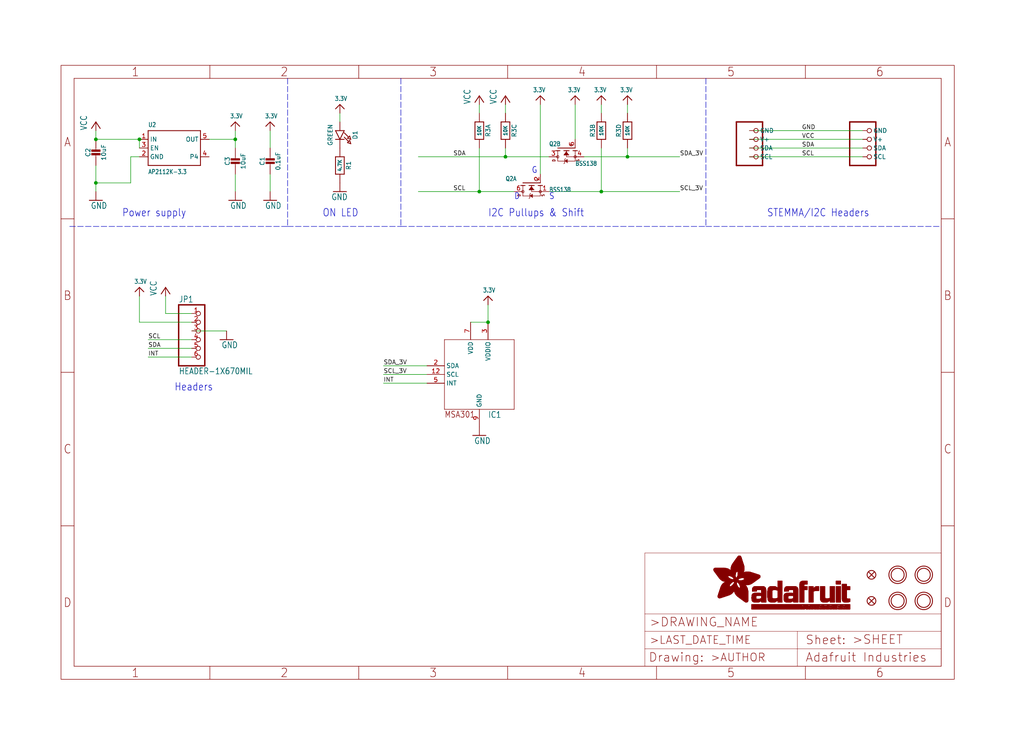
<source format=kicad_sch>
(kicad_sch (version 20211123) (generator eeschema)
  (paper "User" 298.45 217.881)
  (lib_symbols
    (symbol "schematicEagle-eagle-import:3.3V" (power)
      (property "Value" "3.3V" (at -1.524 1.016 0))
      (symbol "3.3V_1_0"
        (pin power_in line (at 0 -2.54 90) (length 2.54) (name "3.3V") (number "1"))
      )
    )
    (symbol "schematicEagle-eagle-import:CAP_CERAMIC0603_NO"
      (property "Reference" "C" (at -2.29 1.25 90))
      (property "Value" "CAP_CERAMIC0603_NO" (at 2.3 1.25 90))
      (symbol "CAP_CERAMIC0603_NO_1_0"
        (pin passive line (at 0 5.08 270) (length 2.54) (name "1") (number "1"))
        (pin passive line (at 0 -2.54 90) (length 2.54) (name "2") (number "2"))
      )
    )
    (symbol "schematicEagle-eagle-import:CAP_CERAMIC0805-NOOUTLINE"
      (property "Reference" "C" (at -2.29 1.25 90))
      (property "Value" "CAP_CERAMIC0805-NOOUTLINE" (at 2.3 1.25 90))
      (symbol "CAP_CERAMIC0805-NOOUTLINE_1_0"
        (pin passive line (at 0 5.08 270) (length 2.54) (name "1") (number "1"))
        (pin passive line (at 0 -2.54 90) (length 2.54) (name "2") (number "2"))
      )
    )
    (symbol "schematicEagle-eagle-import:FIDUCIAL_1MM")
    (symbol "schematicEagle-eagle-import:FRAME_A4_ADAFRUIT"
      (symbol "FRAME_A4_ADAFRUIT_0_0"
        (text "1" (at 21.6958 1.905 0) (effects (font (size 2.54 2.286))))
        (text "1" (at 21.6958 177.165 0) (effects (font (size 2.54 2.286))))
        (text "2" (at 65.0875 1.905 0) (effects (font (size 2.54 2.286))))
        (text "2" (at 65.0875 177.165 0) (effects (font (size 2.54 2.286))))
        (text "3" (at 108.4792 1.905 0) (effects (font (size 2.54 2.286))))
        (text "3" (at 108.4792 177.165 0) (effects (font (size 2.54 2.286))))
        (text "4" (at 151.8708 1.905 0) (effects (font (size 2.54 2.286))))
        (text "4" (at 151.8708 177.165 0) (effects (font (size 2.54 2.286))))
        (text "5" (at 195.2625 1.905 0) (effects (font (size 2.54 2.286))))
        (text "5" (at 195.2625 177.165 0) (effects (font (size 2.54 2.286))))
        (text "6" (at 238.6542 1.905 0) (effects (font (size 2.54 2.286))))
        (text "6" (at 238.6542 177.165 0) (effects (font (size 2.54 2.286))))
        (text "A" (at 1.905 156.6863 0) (effects (font (size 2.54 2.286))))
        (text "A" (at 258.445 156.6863 0) (effects (font (size 2.54 2.286))))
        (text "B" (at 1.905 111.9188 0) (effects (font (size 2.54 2.286))))
        (text "B" (at 258.445 111.9188 0) (effects (font (size 2.54 2.286))))
        (text "C" (at 1.905 67.1513 0) (effects (font (size 2.54 2.286))))
        (text "C" (at 258.445 67.1513 0) (effects (font (size 2.54 2.286))))
        (text "D" (at 1.905 22.3838 0) (effects (font (size 2.54 2.286))))
        (text "D" (at 258.445 22.3838 0) (effects (font (size 2.54 2.286))))
      )
      (symbol "FRAME_A4_ADAFRUIT_1_0"
        (text ">AUTHOR" (at 189.23 5.08 0) (effects (font (size 2.286 2.286)) (justify left bottom)))
        (text ">DRAWING_NAME" (at 171.45 15.24 0) (effects (font (size 2.54 2.54)) (justify left bottom)))
        (text ">LAST_DATE_TIME" (at 171.45 10.16 0) (effects (font (size 2.286 2.286)) (justify left bottom)))
        (text ">SHEET" (at 230.505 10.16 0) (effects (font (size 2.54 2.54)) (justify left bottom)))
        (text "Adafruit Industries" (at 216.916 4.953 0) (effects (font (size 2.54 2.54)) (justify left bottom)))
        (text "Drawing:" (at 171.196 4.953 0) (effects (font (size 2.54 2.54)) (justify left bottom)))
        (text "Sheet:" (at 216.916 10.033 0) (effects (font (size 2.54 2.54)) (justify left bottom)))
      )
    )
    (symbol "schematicEagle-eagle-import:GND" (power)
      (property "Value" "GND" (at -2.54 -2.54 0))
      (symbol "GND_1_0"
        (pin power_in line (at 0 2.54 270) (length 2.54) (name "GND") (number "1"))
      )
    )
    (symbol "schematicEagle-eagle-import:HEADER-1X670MIL"
      (property "Reference" "JP" (at -6.35 10.795 0))
      (property "Value" "HEADER-1X670MIL" (at -6.35 -10.16 0))
      (symbol "HEADER-1X670MIL_1_0"
        (pin passive inverted (at -2.54 7.62 0) (length 2.54) (name "1") (number "1"))
        (pin passive inverted (at -2.54 5.08 0) (length 2.54) (name "2") (number "2"))
        (pin passive inverted (at -2.54 2.54 0) (length 2.54) (name "3") (number "3"))
        (pin passive inverted (at -2.54 0 0) (length 2.54) (name "4") (number "4"))
        (pin passive inverted (at -2.54 -2.54 0) (length 2.54) (name "5") (number "5"))
        (pin passive inverted (at -2.54 -5.08 0) (length 2.54) (name "6") (number "6"))
      )
    )
    (symbol "schematicEagle-eagle-import:LED0603_NOOUTLINE"
      (property "Reference" "D" (at -1.27 4.445 0))
      (property "Value" "LED0603_NOOUTLINE" (at -1.27 -2.794 0))
      (symbol "LED0603_NOOUTLINE_1_0"
        (pin passive line (at -5.08 0 0) (length 2.54) (name "A") (number "A"))
        (pin passive line (at 2.54 0 180) (length 2.54) (name "C") (number "C"))
      )
    )
    (symbol "schematicEagle-eagle-import:MOSFET-N_DUAL"
      (property "Reference" "Q" (at 5.08 0.635 0))
      (property "Value" "MOSFET-N_DUAL" (at 5.08 -1.27 0))
      (symbol "MOSFET-N_DUAL_1_0"
        (text "D" (at 3.175 3.175 0) (effects (font (size 0.8128 0.6908)) (justify left bottom)))
        (text "G" (at -1.27 -1.905 0) (effects (font (size 0.8128 0.6908)) (justify left bottom)))
        (text "S" (at 3.175 -3.81 0) (effects (font (size 0.8128 0.6908)) (justify left bottom)))
        (pin bidirectional line (at 2.54 -5.08 90) (length 2.54) (name "S") (number "1"))
        (pin bidirectional line (at -2.54 -2.54 0) (length 2.54) (name "G") (number "2"))
        (pin bidirectional line (at 2.54 5.08 270) (length 2.54) (name "D") (number "6"))
      )
      (symbol "MOSFET-N_DUAL_2_0"
        (text "D" (at 3.175 3.175 0) (effects (font (size 0.8128 0.6908)) (justify left bottom)))
        (text "G" (at -1.27 -1.905 0) (effects (font (size 0.8128 0.6908)) (justify left bottom)))
        (text "S" (at 3.175 -3.81 0) (effects (font (size 0.8128 0.6908)) (justify left bottom)))
        (pin bidirectional line (at 2.54 5.08 270) (length 2.54) (name "D") (number "3"))
        (pin bidirectional line (at 2.54 -5.08 90) (length 2.54) (name "S") (number "4"))
        (pin bidirectional line (at -2.54 -2.54 0) (length 2.54) (name "G") (number "5"))
      )
    )
    (symbol "schematicEagle-eagle-import:MOUNTINGHOLE2.5")
    (symbol "schematicEagle-eagle-import:MSA301"
      (property "Reference" "IC" (at 2.54 -12.7 0))
      (symbol "MSA301_1_0"
        (text "MSA301" (at -10.16 -12.7 0) (effects (font (size 1.778 1.5113)) (justify left bottom)))
        (pin bidirectional line (at -15.24 0 0) (length 5.08) (name "SCL") (number "12"))
        (pin bidirectional line (at -15.24 2.54 0) (length 5.08) (name "SDA") (number "2"))
        (pin power_in line (at 2.54 15.24 270) (length 5.08) (name "VDDIO") (number "3"))
        (pin output line (at -15.24 -2.54 0) (length 5.08) (name "INT") (number "5"))
        (pin power_in line (at -2.54 15.24 270) (length 5.08) (name "VDD") (number "7"))
        (pin power_in line (at 0 -15.24 90) (length 5.08) (name "GND") (number "9"))
      )
    )
    (symbol "schematicEagle-eagle-import:RESISTOR_0603_NOOUT"
      (property "Reference" "R" (at 0 2.54 0))
      (property "Value" "RESISTOR_0603_NOOUT" (at 0 0 0))
      (symbol "RESISTOR_0603_NOOUT_1_0"
        (pin passive line (at -5.08 0 0) (length 2.54) (name "1") (number "1"))
        (pin passive line (at 5.08 0 180) (length 2.54) (name "2") (number "2"))
      )
    )
    (symbol "schematicEagle-eagle-import:RESISTOR_4PACK"
      (property "Reference" "R" (at 0 2.54 0))
      (property "Value" "RESISTOR_4PACK" (at 0 0 0))
      (symbol "RESISTOR_4PACK_1_0"
        (pin passive line (at -5.08 0 0) (length 2.54) (name "1") (number "1"))
        (pin passive line (at 5.08 0 180) (length 2.54) (name "2") (number "8"))
      )
      (symbol "RESISTOR_4PACK_2_0"
        (pin passive line (at -5.08 0 0) (length 2.54) (name "1") (number "2"))
        (pin passive line (at 5.08 0 180) (length 2.54) (name "2") (number "7"))
      )
      (symbol "RESISTOR_4PACK_3_0"
        (pin passive line (at -5.08 0 0) (length 2.54) (name "1") (number "3"))
        (pin passive line (at 5.08 0 180) (length 2.54) (name "2") (number "6"))
      )
      (symbol "RESISTOR_4PACK_4_0"
        (pin passive line (at -5.08 0 0) (length 2.54) (name "1") (number "4"))
        (pin passive line (at 5.08 0 180) (length 2.54) (name "2") (number "5"))
      )
    )
    (symbol "schematicEagle-eagle-import:STEMMA_I2C_QT"
      (symbol "STEMMA_I2C_QT_1_0"
        (pin passive inverted (at 0 5.08 0) (length 2.54) (name "GND") (number "1"))
        (pin passive inverted (at 0 2.54 0) (length 2.54) (name "V+") (number "2"))
        (pin passive inverted (at 0 0 0) (length 2.54) (name "SDA") (number "3"))
        (pin passive inverted (at 0 -2.54 0) (length 2.54) (name "SCL") (number "4"))
      )
      (symbol "STEMMA_I2C_QT_2_0"
        (pin bidirectional line (at 0 0 0) (length 5.08) (name "MT") (number "MT1"))
      )
      (symbol "STEMMA_I2C_QT_3_0"
        (pin bidirectional line (at 0 0 0) (length 5.08) (name "MT") (number "MT2"))
      )
    )
    (symbol "schematicEagle-eagle-import:VCC" (power)
      (property "Value" "VCC" (at -2.54 -2.54 90))
      (symbol "VCC_1_0"
        (pin power_in line (at 0 -2.54 90) (length 2.54) (name "VCC") (number "1"))
      )
    )
    (symbol "schematicEagle-eagle-import:VREG_SOT23-5"
      (property "Reference" "U" (at -7.62 6.096 0))
      (property "Value" "VREG_SOT23-5" (at -7.62 -7.62 0))
      (symbol "VREG_SOT23-5_1_0"
        (pin power_in line (at -10.16 2.54 0) (length 2.54) (name "IN") (number "1"))
        (pin power_in line (at -10.16 -2.54 0) (length 2.54) (name "GND") (number "2"))
        (pin input line (at -10.16 0 0) (length 2.54) (name "EN") (number "3"))
        (pin bidirectional line (at 10.16 -2.54 180) (length 2.54) (name "P4") (number "4"))
        (pin power_in line (at 10.16 2.54 180) (length 2.54) (name "OUT") (number "5"))
      )
    )
  )
  (junction (at 175.26 55.88))
  (junction (at 68.58 40.64))
  (junction (at 27.94 40.64))
  (junction (at 147.32 45.72))
  (junction (at 182.88 45.72))
  (junction (at 139.7 55.88))
  (junction (at 142.24 93.98))
  (junction (at 40.64 40.64))
  (junction (at 27.94 53.34))
  (polyline (pts (xy 205.74 66.04) (xy 274.32 66.04)))
  (wire (pts (xy 251.46 43.18) (xy 218.44 43.18)))
  (wire (pts (xy 160.02 55.88) (xy 175.26 55.88)))
  (wire (pts (xy 27.94 53.34) (xy 27.94 48.26)))
  (wire (pts (xy 60.96 40.64) (xy 68.58 40.64)))
  (wire (pts (xy 139.7 30.48) (xy 139.7 33.02)))
  (wire (pts (xy 40.64 93.98) (xy 40.64 86.36)))
  (wire (pts (xy 182.88 45.72) (xy 198.12 45.72)))
  (wire (pts (xy 55.88 91.44) (xy 48.26 91.44)))
  (polyline (pts (xy 205.74 22.86) (xy 205.74 66.04)))
  (wire (pts (xy 38.1 53.34) (xy 27.94 53.34)))
  (wire (pts (xy 55.88 93.98) (xy 40.64 93.98)))
  (wire (pts (xy 157.48 50.8) (xy 157.48 30.48)))
  (wire (pts (xy 218.44 45.72) (xy 251.46 45.72)))
  (wire (pts (xy 137.16 93.98) (xy 142.24 93.98)))
  (wire (pts (xy 68.58 40.64) (xy 68.58 38.1)))
  (polyline (pts (xy 83.82 66.04) (xy 116.84 66.04)))
  (wire (pts (xy 218.44 40.64) (xy 251.46 40.64)))
  (wire (pts (xy 139.7 43.18) (xy 139.7 55.88)))
  (wire (pts (xy 40.64 45.72) (xy 38.1 45.72)))
  (wire (pts (xy 182.88 33.02) (xy 182.88 30.48)))
  (wire (pts (xy 147.32 45.72) (xy 121.92 45.72)))
  (wire (pts (xy 55.88 101.6) (xy 43.18 101.6)))
  (wire (pts (xy 40.64 40.64) (xy 27.94 40.64)))
  (polyline (pts (xy 20.32 66.04) (xy 83.82 66.04)))
  (wire (pts (xy 182.88 43.18) (xy 182.88 45.72)))
  (wire (pts (xy 147.32 43.18) (xy 147.32 45.72)))
  (wire (pts (xy 139.7 55.88) (xy 121.92 55.88)))
  (wire (pts (xy 99.06 35.56) (xy 99.06 33.02)))
  (polyline (pts (xy 83.82 22.86) (xy 83.82 66.04)))
  (wire (pts (xy 40.64 43.18) (xy 40.64 40.64)))
  (wire (pts (xy 55.88 104.14) (xy 43.18 104.14)))
  (wire (pts (xy 38.1 45.72) (xy 38.1 53.34)))
  (wire (pts (xy 27.94 53.34) (xy 27.94 55.88)))
  (wire (pts (xy 55.88 99.06) (xy 43.18 99.06)))
  (wire (pts (xy 27.94 38.1) (xy 27.94 40.64)))
  (wire (pts (xy 175.26 33.02) (xy 175.26 30.48)))
  (wire (pts (xy 68.58 50.8) (xy 68.58 55.88)))
  (wire (pts (xy 124.46 106.68) (xy 111.76 106.68)))
  (wire (pts (xy 175.26 43.18) (xy 175.26 55.88)))
  (wire (pts (xy 175.26 55.88) (xy 198.12 55.88)))
  (wire (pts (xy 68.58 40.64) (xy 68.58 43.18)))
  (wire (pts (xy 149.86 55.88) (xy 139.7 55.88)))
  (wire (pts (xy 111.76 109.22) (xy 124.46 109.22)))
  (wire (pts (xy 78.74 38.1) (xy 78.74 43.18)))
  (wire (pts (xy 160.02 45.72) (xy 147.32 45.72)))
  (wire (pts (xy 251.46 38.1) (xy 218.44 38.1)))
  (wire (pts (xy 78.74 50.8) (xy 78.74 55.88)))
  (wire (pts (xy 147.32 33.02) (xy 147.32 30.48)))
  (wire (pts (xy 170.18 45.72) (xy 182.88 45.72)))
  (wire (pts (xy 167.64 40.64) (xy 167.64 30.48)))
  (wire (pts (xy 55.88 96.52) (xy 66.04 96.52)))
  (polyline (pts (xy 116.84 22.86) (xy 116.84 66.04)))
  (wire (pts (xy 142.24 93.98) (xy 142.24 88.9)))
  (wire (pts (xy 124.46 111.76) (xy 111.76 111.76)))
  (wire (pts (xy 48.26 91.44) (xy 48.26 86.36)))
  (polyline (pts (xy 116.84 66.04) (xy 205.74 66.04)))
  (text "Power supply" (at 35.56 63.5 180) (effects (font (size 2.1844 1.8567)) (justify left bottom)))
  (text "Headers" (at 50.8 114.3 180) (effects (font (size 2.1844 1.8567)) (justify left bottom)))
  (text "STEMMA/I2C Headers" (at 223.52 63.5 180) (effects (font (size 2.1844 1.8567)) (justify left bottom)))
  (text "S" (at 160.02 58.42 180) (effects (font (size 1.778 1.5113)) (justify left bottom)))
  (text "ON LED" (at 93.98 63.5 180) (effects (font (size 2.1844 1.8567)) (justify left bottom)))
  (text "G" (at 154.94 50.8 180) (effects (font (size 1.778 1.5113)) (justify left bottom)))
  (text "D" (at 149.86 58.42 180) (effects (font (size 1.778 1.5113)) (justify left bottom)))
  (text "I2C Pullups & Shift" (at 142.24 63.5 180) (effects (font (size 2.1844 1.8567)) (justify left bottom)))
  (label "SDA" (at 132.08 45.72 0) (effects (font (size 1.2446 1.2446))))
  (label "SDA_3V" (at 111.76 106.68 0) (effects (font (size 1.2446 1.2446))))
  (label "SDA_3V" (at 198.12 45.72 0) (effects (font (size 1.2446 1.2446))))
  (label "GND" (at 233.68 38.1 0) (effects (font (size 1.2446 1.2446))))
  (label "VCC" (at 233.68 40.64 0) (effects (font (size 1.2446 1.2446))))
  (label "SCL" (at 233.68 45.72 0) (effects (font (size 1.2446 1.2446))))
  (label "SDA" (at 233.68 43.18 0) (effects (font (size 1.2446 1.2446))))
  (label "SCL" (at 132.08 55.88 0) (effects (font (size 1.2446 1.2446))))
  (label "SDA" (at 43.18 101.6 0) (effects (font (size 1.2446 1.2446))))
  (label "INT" (at 111.76 111.76 0) (effects (font (size 1.2446 1.2446))))
  (label "SCL_3V" (at 111.76 109.22 0) (effects (font (size 1.2446 1.2446))))
  (label "SCL" (at 43.18 99.06 0) (effects (font (size 1.2446 1.2446))))
  (label "INT" (at 43.18 104.14 0) (effects (font (size 1.2446 1.2446))))
  (label "SCL_3V" (at 198.12 55.88 0) (effects (font (size 1.2446 1.2446))))
  (symbol (lib_id "schematicEagle-eagle-import:3.3V") (at 182.88 27.94 0) (mirror y) (unit 1)
    (property "Reference" "#U$7" (effects hide))
    (property "Value" "3.3V" (at 184.404 26.924 0) (effects (font (size 1.27 1.0795)) (justify left bottom)))
    (property "Footprint" "schematicEagle:" (effects hide))
  )
  (symbol (lib_id "schematicEagle-eagle-import:MSA301") (at 139.7 109.22 0) (unit 1)
    (property "Reference" "IC1" (at 142.24 121.92 0) (effects (font (size 1.778 1.5113)) (justify left bottom)))
    (property "Value" "MSA301" (effects hide))
    (property "Footprint" "schematicEagle:LGA12_2X2MM" (effects hide))
  )
  (symbol (lib_id "schematicEagle-eagle-import:GND") (at 66.04 99.06 0) (unit 1)
    (property "Reference" "#U$10" (effects hide))
    (property "Value" "GND" (at 64.516 101.6 0) (effects (font (size 1.778 1.5113)) (justify left bottom)))
    (property "Footprint" "schematicEagle:" (effects hide))
  )
  (symbol (lib_id "schematicEagle-eagle-import:MOUNTINGHOLE2.5") (at 269.24 167.64 0) (unit 1)
    (property "Reference" "U$19" (effects hide))
    (property "Value" "MOUNTINGHOLE2.5" (effects hide))
    (property "Footprint" "schematicEagle:MOUNTINGHOLE_2.5_PLATED" (effects hide))
  )
  (symbol (lib_id "schematicEagle-eagle-import:3.3V") (at 167.64 27.94 0) (mirror y) (unit 1)
    (property "Reference" "#U$23" (effects hide))
    (property "Value" "3.3V" (at 169.164 26.924 0) (effects (font (size 1.27 1.0795)) (justify left bottom)))
    (property "Footprint" "schematicEagle:" (effects hide))
  )
  (symbol (lib_id "schematicEagle-eagle-import:3.3V") (at 40.64 83.82 0) (unit 1)
    (property "Reference" "#U$16" (effects hide))
    (property "Value" "3.3V" (at 39.116 82.804 0) (effects (font (size 1.27 1.0795)) (justify left bottom)))
    (property "Footprint" "schematicEagle:" (effects hide))
  )
  (symbol (lib_id "schematicEagle-eagle-import:3.3V") (at 78.74 35.56 0) (unit 1)
    (property "Reference" "#U$14" (effects hide))
    (property "Value" "3.3V" (at 77.216 34.544 0) (effects (font (size 1.27 1.0795)) (justify left bottom)))
    (property "Footprint" "schematicEagle:" (effects hide))
  )
  (symbol (lib_id "schematicEagle-eagle-import:MOSFET-N_DUAL") (at 154.94 53.34 90) (mirror x) (unit 1)
    (property "Reference" "Q2" (at 147.32 51.435 90) (effects (font (size 1.27 1.0795)) (justify right top)))
    (property "Value" "BSS138" (at 160.02 54.61 90) (effects (font (size 1.27 1.0795)) (justify right top)))
    (property "Footprint" "schematicEagle:SOT363" (effects hide))
  )
  (symbol (lib_id "schematicEagle-eagle-import:GND") (at 27.94 58.42 0) (unit 1)
    (property "Reference" "#U$13" (effects hide))
    (property "Value" "GND" (at 26.416 60.96 0) (effects (font (size 1.778 1.5113)) (justify left bottom)))
    (property "Footprint" "schematicEagle:" (effects hide))
  )
  (symbol (lib_id "schematicEagle-eagle-import:FIDUCIAL_1MM") (at 254 175.26 0) (unit 1)
    (property "Reference" "FID3" (effects hide))
    (property "Value" "FIDUCIAL_1MM" (effects hide))
    (property "Footprint" "schematicEagle:FIDUCIAL_1MM" (effects hide))
  )
  (symbol (lib_id "schematicEagle-eagle-import:3.3V") (at 175.26 27.94 0) (mirror y) (unit 1)
    (property "Reference" "#U$24" (effects hide))
    (property "Value" "3.3V" (at 176.784 26.924 0) (effects (font (size 1.27 1.0795)) (justify left bottom)))
    (property "Footprint" "schematicEagle:" (effects hide))
  )
  (symbol (lib_id "schematicEagle-eagle-import:CAP_CERAMIC0805-NOOUTLINE") (at 68.58 48.26 0) (unit 1)
    (property "Reference" "C3" (at 66.29 47.01 90))
    (property "Value" "10uF" (at 70.88 47.01 90))
    (property "Footprint" "schematicEagle:0805-NO" (effects hide))
  )
  (symbol (lib_id "schematicEagle-eagle-import:3.3V") (at 68.58 35.56 0) (unit 1)
    (property "Reference" "#U$15" (effects hide))
    (property "Value" "3.3V" (at 67.056 34.544 0) (effects (font (size 1.27 1.0795)) (justify left bottom)))
    (property "Footprint" "schematicEagle:" (effects hide))
  )
  (symbol (lib_id "schematicEagle-eagle-import:LED0603_NOOUTLINE") (at 99.06 40.64 270) (unit 1)
    (property "Reference" "D1" (at 103.505 39.37 0))
    (property "Value" "GREEN" (at 96.266 39.37 0))
    (property "Footprint" "schematicEagle:CHIPLED_0603_NOOUTLINE" (effects hide))
  )
  (symbol (lib_id "schematicEagle-eagle-import:MOUNTINGHOLE2.5") (at 261.62 167.64 0) (unit 1)
    (property "Reference" "U$17" (effects hide))
    (property "Value" "MOUNTINGHOLE2.5" (effects hide))
    (property "Footprint" "schematicEagle:MOUNTINGHOLE_2.5_PLATED" (effects hide))
  )
  (symbol (lib_id "schematicEagle-eagle-import:GND") (at 139.7 127 0) (unit 1)
    (property "Reference" "#U$11" (effects hide))
    (property "Value" "GND" (at 138.176 129.54 0) (effects (font (size 1.778 1.5113)) (justify left bottom)))
    (property "Footprint" "schematicEagle:" (effects hide))
  )
  (symbol (lib_id "schematicEagle-eagle-import:CAP_CERAMIC0805-NOOUTLINE") (at 27.94 45.72 0) (unit 1)
    (property "Reference" "C2" (at 25.65 44.47 90))
    (property "Value" "10uF" (at 30.24 44.47 90))
    (property "Footprint" "schematicEagle:0805-NO" (effects hide))
  )
  (symbol (lib_id "schematicEagle-eagle-import:RESISTOR_0603_NOOUT") (at 99.06 48.26 270) (unit 1)
    (property "Reference" "R1" (at 101.6 48.26 0))
    (property "Value" "4.7K" (at 99.06 48.26 0) (effects (font (size 1.016 1.016) bold)))
    (property "Footprint" "schematicEagle:0603-NO" (effects hide))
  )
  (symbol (lib_id "schematicEagle-eagle-import:CAP_CERAMIC0603_NO") (at 78.74 48.26 0) (unit 1)
    (property "Reference" "C1" (at 76.45 47.01 90))
    (property "Value" "0.1uF" (at 81.04 47.01 90))
    (property "Footprint" "schematicEagle:0603-NO" (effects hide))
  )
  (symbol (lib_id "schematicEagle-eagle-import:MOUNTINGHOLE2.5") (at 269.24 175.26 0) (unit 1)
    (property "Reference" "U$21" (effects hide))
    (property "Value" "MOUNTINGHOLE2.5" (effects hide))
    (property "Footprint" "schematicEagle:MOUNTINGHOLE_2.5_PLATED" (effects hide))
  )
  (symbol (lib_id "schematicEagle-eagle-import:VREG_SOT23-5") (at 50.8 43.18 0) (unit 1)
    (property "Reference" "U2" (at 43.18 37.084 0) (effects (font (size 1.27 1.0795)) (justify left bottom)))
    (property "Value" "AP2112K-3.3" (at 43.18 50.8 0) (effects (font (size 1.27 1.0795)) (justify left bottom)))
    (property "Footprint" "schematicEagle:SOT23-5" (effects hide))
  )
  (symbol (lib_id "schematicEagle-eagle-import:MOSFET-N_DUAL") (at 165.1 43.18 90) (mirror x) (unit 2)
    (property "Reference" "Q2" (at 160.02 41.275 90) (effects (font (size 1.27 1.0795)) (justify right top)))
    (property "Value" "BSS138" (at 167.64 46.99 90) (effects (font (size 1.27 1.0795)) (justify right top)))
    (property "Footprint" "schematicEagle:SOT363" (effects hide))
  )
  (symbol (lib_id "schematicEagle-eagle-import:FRAME_A4_ADAFRUIT") (at 17.78 198.12 0) (unit 1)
    (property "Reference" "#U$18" (effects hide))
    (property "Value" "FRAME_A4_ADAFRUIT" (effects hide))
    (property "Footprint" "schematicEagle:" (effects hide))
  )
  (symbol (lib_id "schematicEagle-eagle-import:RESISTOR_4PACK") (at 182.88 38.1 90) (mirror x) (unit 4)
    (property "Reference" "R3" (at 180.34 38.1 0))
    (property "Value" "10K" (at 182.88 38.1 0) (effects (font (size 1.016 1.016) bold)))
    (property "Footprint" "schematicEagle:RESPACK_4X0603" (effects hide))
  )
  (symbol (lib_id "schematicEagle-eagle-import:STEMMA_I2C_QT") (at 218.44 43.18 0) (unit 1)
    (property "Reference" "CONN3" (effects hide))
    (property "Value" "STEMMA_I2C_QT" (effects hide))
    (property "Footprint" "schematicEagle:JST_SH4" (effects hide))
  )
  (symbol (lib_id "schematicEagle-eagle-import:GND") (at 78.74 58.42 0) (unit 1)
    (property "Reference" "#U$6" (effects hide))
    (property "Value" "GND" (at 77.216 60.96 0) (effects (font (size 1.778 1.5113)) (justify left bottom)))
    (property "Footprint" "schematicEagle:" (effects hide))
  )
  (symbol (lib_id "schematicEagle-eagle-import:HEADER-1X670MIL") (at 58.42 99.06 0) (unit 1)
    (property "Reference" "JP1" (at 52.07 88.265 0) (effects (font (size 1.778 1.5113)) (justify left bottom)))
    (property "Value" "HEADER-1X670MIL" (at 52.07 109.22 0) (effects (font (size 1.778 1.5113)) (justify left bottom)))
    (property "Footprint" "schematicEagle:1X06_ROUND_70" (effects hide))
  )
  (symbol (lib_id "schematicEagle-eagle-import:RESISTOR_4PACK") (at 147.32 38.1 270) (unit 3)
    (property "Reference" "R3" (at 149.86 38.1 0))
    (property "Value" "10K" (at 147.32 38.1 0) (effects (font (size 1.016 1.016) bold)))
    (property "Footprint" "schematicEagle:RESPACK_4X0603" (effects hide))
  )
  (symbol (lib_id "schematicEagle-eagle-import:GND") (at 99.06 55.88 0) (unit 1)
    (property "Reference" "#GND6" (effects hide))
    (property "Value" "GND" (at 96.52 58.42 0) (effects (font (size 1.778 1.5113)) (justify left bottom)))
    (property "Footprint" "schematicEagle:" (effects hide))
  )
  (symbol (lib_id "schematicEagle-eagle-import:VCC") (at 147.32 27.94 0) (unit 1)
    (property "Reference" "#P+2" (effects hide))
    (property "Value" "VCC" (at 144.78 30.48 90) (effects (font (size 1.778 1.5113)) (justify left bottom)))
    (property "Footprint" "schematicEagle:" (effects hide))
  )
  (symbol (lib_id "schematicEagle-eagle-import:3.3V") (at 99.06 30.48 0) (unit 1)
    (property "Reference" "#U$3" (effects hide))
    (property "Value" "3.3V" (at 97.536 29.464 0) (effects (font (size 1.27 1.0795)) (justify left bottom)))
    (property "Footprint" "schematicEagle:" (effects hide))
  )
  (symbol (lib_id "schematicEagle-eagle-import:VCC") (at 139.7 27.94 0) (unit 1)
    (property "Reference" "#P+1" (effects hide))
    (property "Value" "VCC" (at 137.16 30.48 90) (effects (font (size 1.778 1.5113)) (justify left bottom)))
    (property "Footprint" "schematicEagle:" (effects hide))
  )
  (symbol (lib_id "schematicEagle-eagle-import:3.3V") (at 157.48 27.94 0) (mirror y) (unit 1)
    (property "Reference" "#U$26" (effects hide))
    (property "Value" "3.3V" (at 159.004 26.924 0) (effects (font (size 1.27 1.0795)) (justify left bottom)))
    (property "Footprint" "schematicEagle:" (effects hide))
  )
  (symbol (lib_id "schematicEagle-eagle-import:RESISTOR_4PACK") (at 139.7 38.1 270) (unit 1)
    (property "Reference" "R3" (at 142.24 38.1 0))
    (property "Value" "10K" (at 139.7 38.1 0) (effects (font (size 1.016 1.016) bold)))
    (property "Footprint" "schematicEagle:RESPACK_4X0603" (effects hide))
  )
  (symbol (lib_id "schematicEagle-eagle-import:STEMMA_I2C_QT") (at 251.46 43.18 0) (unit 1)
    (property "Reference" "CONN4" (effects hide))
    (property "Value" "STEMMA_I2C_QT" (effects hide))
    (property "Footprint" "schematicEagle:JST_SH4" (effects hide))
  )
  (symbol (lib_id "schematicEagle-eagle-import:VCC") (at 27.94 35.56 0) (unit 1)
    (property "Reference" "#P+3" (effects hide))
    (property "Value" "VCC" (at 25.4 38.1 90) (effects (font (size 1.778 1.5113)) (justify left bottom)))
    (property "Footprint" "schematicEagle:" (effects hide))
  )
  (symbol (lib_id "schematicEagle-eagle-import:VCC") (at 48.26 83.82 0) (unit 1)
    (property "Reference" "#P+4" (effects hide))
    (property "Value" "VCC" (at 45.72 86.36 90) (effects (font (size 1.778 1.5113)) (justify left bottom)))
    (property "Footprint" "schematicEagle:" (effects hide))
  )
  (symbol (lib_id "schematicEagle-eagle-import:MOUNTINGHOLE2.5") (at 261.62 175.26 0) (unit 1)
    (property "Reference" "U$1" (effects hide))
    (property "Value" "MOUNTINGHOLE2.5" (effects hide))
    (property "Footprint" "schematicEagle:MOUNTINGHOLE_2.5_PLATED" (effects hide))
  )
  (symbol (lib_id "schematicEagle-eagle-import:GND") (at 68.58 58.42 0) (unit 1)
    (property "Reference" "#U$5" (effects hide))
    (property "Value" "GND" (at 67.056 60.96 0) (effects (font (size 1.778 1.5113)) (justify left bottom)))
    (property "Footprint" "schematicEagle:" (effects hide))
  )
  (symbol (lib_id "schematicEagle-eagle-import:FIDUCIAL_1MM") (at 254 167.64 0) (unit 1)
    (property "Reference" "FID4" (effects hide))
    (property "Value" "FIDUCIAL_1MM" (effects hide))
    (property "Footprint" "schematicEagle:FIDUCIAL_1MM" (effects hide))
  )
  (symbol (lib_id "schematicEagle-eagle-import:3.3V") (at 142.24 86.36 0) (unit 1)
    (property "Reference" "#U$2" (effects hide))
    (property "Value" "3.3V" (at 140.716 85.344 0) (effects (font (size 1.27 1.0795)) (justify left bottom)))
    (property "Footprint" "schematicEagle:" (effects hide))
  )
  (symbol (lib_id "schematicEagle-eagle-import:RESISTOR_4PACK") (at 175.26 38.1 90) (mirror x) (unit 2)
    (property "Reference" "R3" (at 172.72 38.1 0))
    (property "Value" "10K" (at 175.26 38.1 0) (effects (font (size 1.016 1.016) bold)))
    (property "Footprint" "schematicEagle:RESPACK_4X0603" (effects hide))
  )
)
</source>
